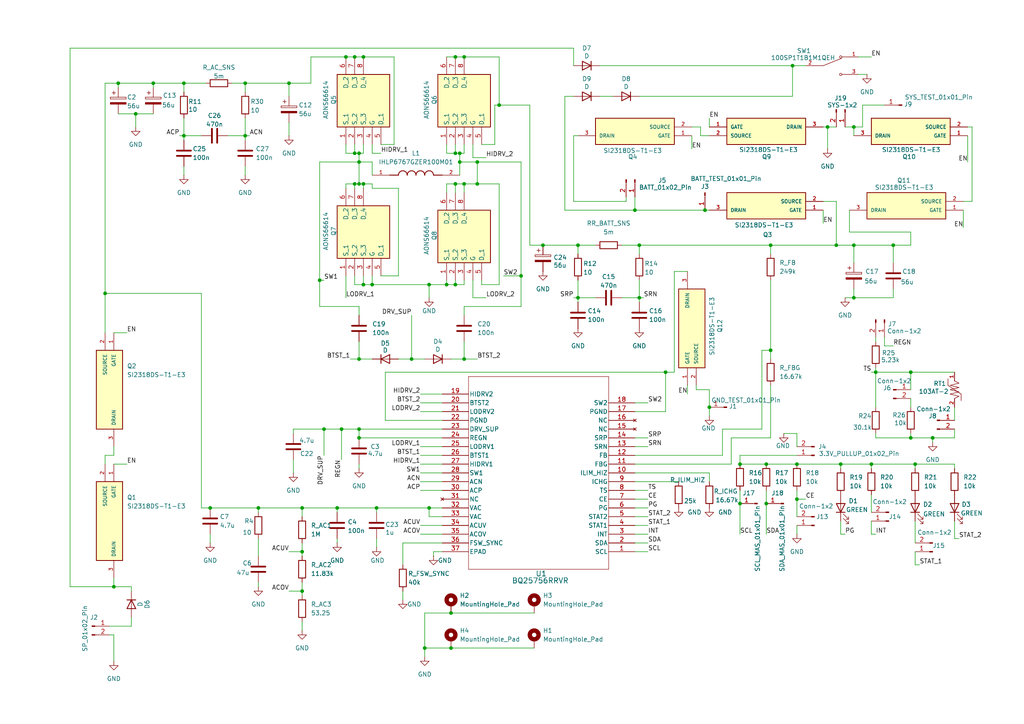
<source format=kicad_sch>
(kicad_sch (version 20250114) (generator "eeschema") (generator_version "9.0")
  (paper "A4")
  (title_block (title "Revised Charge Controller") (comment 1 "Michael Petta, Sky Lin"))
  (rectangle (start -21.59 107.95) (end -21.59 107.95))
  (junction (at 231.14 134.62))
  (junction (at 264.16 107.95))
  (junction (at 102.87 53.34))
  (junction (at 242.57 71.12))
  (junction (at 71.12 24.13))
  (junction (at 129.54 82.55))
  (junction (at 105.41 82.55))
  (junction (at 259.08 71.12))
  (junction (at 265.43 134.62))
  (junction (at 60.96 147.32))
  (junction (at 214.63 146.05))
  (junction (at 71.12 39.37))
  (junction (at 133.35 46.99))
  (junction (at 184.15 60.96))
  (junction (at 254 107.95))
  (junction (at 130.81 187.96))
  (junction (at 205.74 118.11))
  (junction (at 104.14 44.45))
  (junction (at 93.98 124.46))
  (junction (at 264.16 127))
  (junction (at 144.78 30.48))
  (junction (at 33.02 170.18))
  (junction (at 134.62 104.14))
  (junction (at 240.03 36.83))
  (junction (at 167.64 71.12))
  (junction (at 151.13 80.01))
  (junction (at 214.63 134.62))
  (junction (at 132.08 44.45))
  (junction (at 138.43 53.34))
  (junction (at 87.63 147.32))
  (junction (at 44.45 24.13))
  (junction (at 130.81 177.8))
  (junction (at 92.71 81.28))
  (junction (at 132.08 82.55))
  (junction (at 193.04 107.95))
  (junction (at 74.93 147.32))
  (junction (at 105.41 16.51))
  (junction (at 222.25 146.05))
  (junction (at 223.52 101.6))
  (junction (at 167.64 86.36))
  (junction (at 133.35 44.45))
  (junction (at 53.34 39.37))
  (junction (at 104.14 46.99))
  (junction (at 138.43 46.99))
  (junction (at 247.65 71.12))
  (junction (at 123.19 187.96))
  (junction (at 124.46 147.32))
  (junction (at 87.63 171.45))
  (junction (at 83.82 24.13))
  (junction (at 157.48 71.12))
  (junction (at 100.33 16.51))
  (junction (at 99.06 124.46))
  (junction (at 134.62 16.51))
  (junction (at 252.73 134.62))
  (junction (at 102.87 16.51))
  (junction (at 132.08 16.51))
  (junction (at 229.87 19.05))
  (junction (at 87.63 160.02))
  (junction (at 34.29 24.13))
  (junction (at 39.37 33.02))
  (junction (at 104.14 124.46))
  (junction (at 104.14 53.34))
  (junction (at 104.14 104.14))
  (junction (at 243.84 134.62))
  (junction (at 222.25 134.62))
  (junction (at 223.52 71.12))
  (junction (at 124.46 82.55))
  (junction (at 247.65 36.83))
  (junction (at 247.65 86.36))
  (junction (at 53.34 24.13))
  (junction (at 119.38 104.14))
  (junction (at 270.51 127))
  (junction (at 102.87 44.45))
  (junction (at 105.41 53.34))
  (junction (at 231.14 144.78))
  (junction (at 30.48 85.09))
  (junction (at 185.42 71.12))
  (junction (at 132.08 53.34))
  (junction (at 104.14 127))
  (junction (at 107.95 82.55))
  (junction (at 134.62 53.34))
  (junction (at 204.47 60.96))
  (junction (at 185.42 86.36))
  (junction (at 109.22 147.32))
  (junction (at 97.79 147.32))
  (wire (pts (xy 180.34 71.12) (xy 185.42 71.12)))
  (wire (pts (xy 104.14 88.9) (xy 104.14 91.44)))
  (wire (pts (xy 246.38 60.96) (xy 246.38 67.31)))
  (wire (pts (xy 193.04 107.95) (xy 193.04 119.38)))
  (wire (pts (xy 66.04 39.37) (xy 71.12 39.37)))
  (wire (pts (xy 104.14 124.46) (xy 104.14 127)))
  (wire (pts (xy 20.32 13.97) (xy 20.32 170.18)))
  (wire (pts (xy 151.13 46.99) (xy 138.43 46.99)))
  (wire (pts (xy 132.08 53.34) (xy 132.08 55.88)))
  (wire (pts (xy 223.52 101.6) (xy 223.52 104.14)))
  (wire (pts (xy 187.96 147.32) (xy 184.15 147.32)))
  (wire (pts (xy 248.92 16.51) (xy 252.73 16.51)))
  (wire (pts (xy 185.42 73.66) (xy 185.42 71.12)))
  (wire (pts (xy 124.46 149.86) (xy 128.27 149.86)))
  (wire (pts (xy 231.14 125.73) (xy 227.33 125.73)))
  (wire (pts (xy 38.1 179.07) (xy 38.1 181.61)))
  (wire (pts (xy 240.03 36.83) (xy 240.03 43.18)))
  (wire (pts (xy 139.7 41.91) (xy 143.51 41.91)))
  (wire (pts (xy 187.96 116.84) (xy 184.15 116.84)))
  (wire (pts (xy 166.37 86.36) (xy 167.64 86.36)))
  (wire (pts (xy 60.96 147.32) (xy 74.93 147.32)))
  (wire (pts (xy 252.73 134.62) (xy 265.43 134.62)))
  (wire (pts (xy 101.6 104.14) (xy 104.14 104.14)))
  (wire (pts (xy 279.4 58.42) (xy 281.94 58.42)))
  (wire (pts (xy 243.84 135.89) (xy 243.84 134.62)))
  (wire (pts (xy 128.27 119.38) (xy 121.92 119.38)))
  (wire (pts (xy 87.63 171.45) (xy 87.63 172.72)))
  (wire (pts (xy 33.02 96.52) (xy 36.83 96.52)))
  (wire (pts (xy 92.71 46.99) (xy 104.14 46.99)))
  (wire (pts (xy 231.14 129.54) (xy 231.14 125.73)))
  (wire (pts (xy 111.76 121.92) (xy 111.76 107.95)))
  (wire (pts (xy 100.33 53.34) (xy 102.87 53.34)))
  (wire (pts (xy 105.41 82.55) (xy 102.87 82.55)))
  (wire (pts (xy 153.67 30.48) (xy 144.78 30.48)))
  (wire (pts (xy 205.74 39.37) (xy 203.2 39.37)))
  (wire (pts (xy 107.95 50.8) (xy 107.95 46.99)))
  (wire (pts (xy 181.61 57.15) (xy 181.61 58.42)))
  (wire (pts (xy 33.02 184.15) (xy 31.75 184.15)))
  (wire (pts (xy 121.92 139.7) (xy 128.27 139.7)))
  (wire (pts (xy 104.14 99.06) (xy 104.14 104.14)))
  (wire (pts (xy 137.16 86.36) (xy 140.97 86.36)))
  (wire (pts (xy 34.29 24.13) (xy 44.45 24.13)))
  (wire (pts (xy 276.86 124.46) (xy 276.86 127)))
  (wire (pts (xy 205.74 137.16) (xy 184.15 137.16)))
  (wire (pts (xy 129.54 16.51) (xy 132.08 16.51)))
  (wire (pts (xy 85.09 124.46) (xy 85.09 125.73)))
  (wire (pts (xy 130.81 177.8) (xy 154.94 177.8)))
  (wire (pts (xy 184.15 139.7) (xy 196.85 139.7)))
  (wire (pts (xy 83.82 24.13) (xy 71.12 24.13)))
  (wire (pts (xy 104.14 134.62) (xy 104.14 135.89)))
  (wire (pts (xy 102.87 44.45) (xy 104.14 44.45)))
  (wire (pts (xy 132.08 16.51) (xy 134.62 16.51)))
  (wire (pts (xy 223.52 127) (xy 212.09 127)))
  (wire (pts (xy 97.79 148.59) (xy 97.79 147.32)))
  (wire (pts (xy 83.82 27.94) (xy 83.82 24.13)))
  (wire (pts (xy 187.96 154.94) (xy 184.15 154.94)))
  (wire (pts (xy 205.74 139.7) (xy 205.74 137.16)))
  (wire (pts (xy 254 106.68) (xy 254 107.95)))
  (wire (pts (xy 134.62 104.14) (xy 138.43 104.14)))
  (wire (pts (xy 144.78 82.55) (xy 144.78 53.34)))
  (wire (pts (xy 119.38 91.44) (xy 119.38 104.14)))
  (wire (pts (xy 214.63 132.08) (xy 214.63 134.62)))
  (wire (pts (xy 245.11 154.94) (xy 243.84 154.94)))
  (wire (pts (xy 205.74 113.03) (xy 205.74 118.11)))
  (wire (pts (xy 87.63 168.91) (xy 87.63 171.45)))
  (wire (pts (xy 53.34 39.37) (xy 58.42 39.37)))
  (wire (pts (xy 125.73 161.29) (xy 125.73 160.02)))
  (wire (pts (xy 276.86 118.11) (xy 276.86 121.92)))
  (wire (pts (xy 134.62 41.91) (xy 134.62 44.45)))
  (wire (pts (xy 39.37 33.02) (xy 44.45 33.02)))
  (wire (pts (xy 134.62 53.34) (xy 134.62 55.88)))
  (wire (pts (xy 132.08 82.55) (xy 129.54 82.55)))
  (wire (pts (xy 245.11 86.36) (xy 247.65 86.36)))
  (wire (pts (xy 107.95 46.99) (xy 104.14 46.99)))
  (wire (pts (xy 33.02 132.08) (xy 33.02 129.54)))
  (wire (pts (xy 102.87 53.34) (xy 104.14 53.34)))
  (wire (pts (xy 214.63 146.05) (xy 214.63 154.94)))
  (wire (pts (xy 184.15 132.08) (xy 209.55 132.08)))
  (wire (pts (xy 132.08 44.45) (xy 133.35 44.45)))
  (wire (pts (xy 97.79 156.21) (xy 97.79 157.48)))
  (wire (pts (xy 248.92 21.59) (xy 251.46 21.59)))
  (wire (pts (xy 34.29 33.02) (xy 39.37 33.02)))
  (wire (pts (xy 99.06 124.46) (xy 99.06 133.35)))
  (wire (pts (xy 185.42 71.12) (xy 223.52 71.12)))
  (wire (pts (xy 83.82 171.45) (xy 87.63 171.45)))
  (wire (pts (xy 252.73 151.13) (xy 252.73 154.94)))
  (wire (pts (xy 259.08 71.12) (xy 259.08 76.2)))
  (wire (pts (xy 99.06 124.46) (xy 104.14 124.46)))
  (wire (pts (xy 181.61 58.42) (xy 166.37 58.42)))
  (wire (pts (xy 144.78 16.51) (xy 144.78 30.48)))
  (wire (pts (xy 58.42 147.32) (xy 60.96 147.32)))
  (wire (pts (xy 220.98 124.46) (xy 220.98 101.6)))
  (wire (pts (xy 229.87 19.05) (xy 233.68 19.05)))
  (wire (pts (xy 132.08 81.28) (xy 132.08 82.55)))
  (wire (pts (xy 92.71 88.9) (xy 104.14 88.9)))
  (wire (pts (xy 199.39 111.76) (xy 199.39 114.3)))
  (wire (pts (xy 259.08 83.82) (xy 259.08 86.36)))
  (wire (pts (xy 231.14 144.78) (xy 231.14 149.86)))
  (wire (pts (xy 53.34 24.13) (xy 59.69 24.13)))
  (wire (pts (xy 38.1 170.18) (xy 33.02 170.18)))
  (wire (pts (xy 166.37 58.42) (xy 166.37 39.37)))
  (wire (pts (xy 199.39 78.74) (xy 195.58 78.74)))
  (wire (pts (xy 116.84 157.48) (xy 116.84 163.83)))
  (wire (pts (xy 247.65 83.82) (xy 247.65 86.36)))
  (wire (pts (xy 187.96 144.78) (xy 184.15 144.78)))
  (wire (pts (xy 121.92 154.94) (xy 128.27 154.94)))
  (wire (pts (xy 92.71 46.99) (xy 92.71 81.28)))
  (wire (pts (xy 137.16 81.28) (xy 137.16 86.36)))
  (wire (pts (xy 71.12 48.26) (xy 71.12 50.8)))
  (wire (pts (xy 205.74 60.96) (xy 204.47 60.96)))
  (wire (pts (xy 53.34 24.13) (xy 53.34 26.67)))
  (wire (pts (xy 30.48 85.09) (xy 58.42 85.09)))
  (wire (pts (xy 200.66 36.83) (xy 203.2 36.83)))
  (wire (pts (xy 252.73 135.89) (xy 252.73 134.62)))
  (wire (pts (xy 231.14 142.24) (xy 231.14 144.78)))
  (wire (pts (xy 38.1 181.61) (xy 31.75 181.61)))
  (wire (pts (xy 74.93 156.21) (xy 74.93 161.29)))
  (wire (pts (xy 128.27 114.3) (xy 121.92 114.3)))
  (wire (pts (xy 102.87 16.51) (xy 100.33 16.51)))
  (wire (pts (xy 205.74 34.29) (xy 205.74 36.83)))
  (wire (pts (xy 71.12 39.37) (xy 72.39 39.37)))
  (wire (pts (xy 107.95 44.45) (xy 107.95 41.91)))
  (wire (pts (xy 185.42 86.36) (xy 185.42 87.63)))
  (wire (pts (xy 124.46 147.32) (xy 124.46 149.86)))
  (wire (pts (xy 256.54 30.48) (xy 250.19 30.48)))
  (wire (pts (xy 214.63 134.62) (xy 222.25 134.62)))
  (wire (pts (xy 123.19 187.96) (xy 130.81 187.96)))
  (wire (pts (xy 119.38 104.14) (xy 115.57 104.14)))
  (wire (pts (xy 128.27 147.32) (xy 124.46 147.32)))
  (wire (pts (xy 104.14 44.45) (xy 104.14 46.99)))
  (wire (pts (xy 121.92 152.4) (xy 128.27 152.4)))
  (wire (pts (xy 87.63 147.32) (xy 87.63 149.86)))
  (wire (pts (xy 110.49 44.45) (xy 107.95 44.45)))
  (wire (pts (xy 125.73 160.02) (xy 128.27 160.02)))
  (wire (pts (xy 123.19 177.8) (xy 130.81 177.8)))
  (wire (pts (xy 231.14 152.4) (xy 231.14 154.94)))
  (wire (pts (xy 38.1 171.45) (xy 38.1 170.18)))
  (wire (pts (xy 265.43 135.89) (xy 265.43 134.62)))
  (wire (pts (xy 30.48 132.08) (xy 33.02 132.08)))
  (wire (pts (xy 264.16 71.12) (xy 259.08 71.12)))
  (wire (pts (xy 163.83 27.94) (xy 163.83 60.96)))
  (wire (pts (xy 90.17 16.51) (xy 100.33 16.51)))
  (wire (pts (xy 166.37 13.97) (xy 166.37 19.05)))
  (wire (pts (xy 201.93 113.03) (xy 205.74 113.03)))
  (wire (pts (xy 167.64 86.36) (xy 172.72 86.36)))
  (wire (pts (xy 195.58 78.74) (xy 195.58 107.95)))
  (wire (pts (xy 132.08 41.91) (xy 132.08 44.45)))
  (wire (pts (xy 220.98 101.6) (xy 223.52 101.6)))
  (wire (pts (xy 121.92 142.24) (xy 128.27 142.24)))
  (wire (pts (xy 134.62 88.9) (xy 151.13 88.9)))
  (wire (pts (xy 83.82 24.13) (xy 90.17 24.13)))
  (wire (pts (xy 74.93 147.32) (xy 74.93 148.59)))
  (wire (pts (xy 100.33 54.61) (xy 100.33 53.34)))
  (wire (pts (xy 119.38 104.14) (xy 123.19 104.14)))
  (wire (pts (xy 223.52 73.66) (xy 223.52 71.12)))
  (wire (pts (xy 246.38 67.31) (xy 264.16 67.31)))
  (wire (pts (xy 100.33 80.01) (xy 100.33 86.36)))
  (wire (pts (xy 247.65 86.36) (xy 259.08 86.36)))
  (wire (pts (xy 222.25 142.24) (xy 222.25 146.05)))
  (wire (pts (xy 130.81 187.96) (xy 154.94 187.96)))
  (wire (pts (xy 134.62 44.45) (xy 133.35 44.45)))
  (wire (pts (xy 153.67 30.48) (xy 153.67 71.12)))
  (wire (pts (xy 281.94 36.83) (xy 280.67 36.83)))
  (wire (pts (xy 222.25 134.62) (xy 231.14 134.62)))
  (wire (pts (xy 187.96 129.54) (xy 184.15 129.54)))
  (wire (pts (xy 85.09 124.46) (xy 93.98 124.46)))
  (wire (pts (xy 60.96 154.94) (xy 60.96 157.48)))
  (wire (pts (xy 264.16 125.73) (xy 264.16 127)))
  (wire (pts (xy 74.93 147.32) (xy 87.63 147.32)))
  (wire (pts (xy 129.54 44.45) (xy 132.08 44.45)))
  (wire (pts (xy 134.62 99.06) (xy 134.62 104.14)))
  (wire (pts (xy 105.41 16.51) (xy 102.87 16.51)))
  (wire (pts (xy 185.42 81.28) (xy 185.42 86.36)))
  (wire (pts (xy 143.51 41.91) (xy 143.51 30.48)))
  (wire (pts (xy 130.81 104.14) (xy 134.62 104.14)))
  (wire (pts (xy 87.63 160.02) (xy 87.63 161.29)))
  (wire (pts (xy 134.62 81.28) (xy 134.62 82.55)))
  (wire (pts (xy 167.64 86.36) (xy 167.64 87.63)))
  (wire (pts (xy 184.15 134.62) (xy 212.09 134.62)))
  (wire (pts (xy 185.42 27.94) (xy 229.87 27.94)))
  (wire (pts (xy 243.84 134.62) (xy 252.73 134.62)))
  (wire (pts (xy 134.62 88.9) (xy 134.62 91.44)))
  (wire (pts (xy 133.35 46.99) (xy 133.35 50.8)))
  (wire (pts (xy 129.54 55.88) (xy 129.54 53.34)))
  (wire (pts (xy 173.99 19.05) (xy 229.87 19.05)))
  (wire (pts (xy 109.22 148.59) (xy 109.22 147.32)))
  (wire (pts (xy 265.43 163.83) (xy 266.7 163.83)))
  (wire (pts (xy 111.76 107.95) (xy 193.04 107.95)))
  (wire (pts (xy 107.95 53.34) (xy 107.95 54.61)))
  (wire (pts (xy 52.07 39.37) (xy 53.34 39.37)))
  (wire (pts (xy 33.02 134.62) (xy 36.83 134.62)))
  (wire (pts (xy 67.31 24.13) (xy 71.12 24.13)))
  (wire (pts (xy 71.12 34.29) (xy 71.12 39.37)))
  (wire (pts (xy 214.63 142.24) (xy 214.63 146.05)))
  (wire (pts (xy 242.57 71.12) (xy 247.65 71.12)))
  (wire (pts (xy 128.27 157.48) (xy 116.84 157.48)))
  (wire (pts (xy 105.41 53.34) (xy 104.14 53.34)))
  (wire (pts (xy 107.95 82.55) (xy 105.41 82.55)))
  (wire (pts (xy 114.3 16.51) (xy 114.3 41.91)))
  (wire (pts (xy 187.96 157.48) (xy 184.15 157.48)))
  (wire (pts (xy 85.09 137.16) (xy 85.09 133.35)))
  (wire (pts (xy 252.73 107.95) (xy 254 107.95)))
  (wire (pts (xy 124.46 82.55) (xy 129.54 82.55)))
  (wire (pts (xy 247.65 36.83) (xy 245.11 36.83)))
  (wire (pts (xy 243.84 151.13) (xy 243.84 154.94)))
  (wire (pts (xy 44.45 24.13) (xy 53.34 24.13)))
  (wire (pts (xy 184.15 160.02) (xy 187.96 160.02)))
  (wire (pts (xy 264.16 127) (xy 270.51 127)))
  (wire (pts (xy 133.35 44.45) (xy 133.35 46.99)))
  (wire (pts (xy 53.34 34.29) (xy 53.34 39.37)))
  (wire (pts (xy 252.73 143.51) (xy 252.73 148.59)))
  (wire (pts (xy 185.42 86.36) (xy 186.69 86.36)))
  (wire (pts (xy 71.12 39.37) (xy 71.12 40.64)))
  (wire (pts (xy 209.55 132.08) (xy 209.55 124.46)))
  (wire (pts (xy 102.87 41.91) (xy 102.87 44.45)))
  (wire (pts (xy 270.51 127) (xy 270.51 128.27)))
  (wire (pts (xy 242.57 58.42) (xy 242.57 71.12)))
  (wire (pts (xy 138.43 46.99) (xy 133.35 46.99)))
  (wire (pts (xy 83.82 35.56) (xy 83.82 39.37)))
  (wire (pts (xy 87.63 180.34) (xy 87.63 182.88)))
  (wire (pts (xy 278.13 156.21) (xy 276.86 156.21)))
  (wire (pts (xy 166.37 39.37) (xy 167.64 39.37)))
  (wire (pts (xy 129.54 81.28) (xy 129.54 82.55)))
  (wire (pts (xy 100.33 44.45) (xy 102.87 44.45)))
  (wire (pts (xy 252.73 154.94) (xy 254 154.94)))
  (wire (pts (xy 187.96 149.86) (xy 184.15 149.86)))
  (wire (pts (xy 121.92 116.84) (xy 128.27 116.84)))
  (wire (pts (xy 93.98 124.46) (xy 99.06 124.46)))
  (wire (pts (xy 138.43 46.99) (xy 138.43 53.34)))
  (wire (pts (xy 53.34 48.26) (xy 53.34 50.8)))
  (wire (pts (xy 153.67 71.12) (xy 157.48 71.12)))
  (wire (pts (xy 167.64 71.12) (xy 172.72 71.12)))
  (wire (pts (xy 167.64 81.28) (xy 167.64 86.36)))
  (wire (pts (xy 87.63 157.48) (xy 87.63 160.02)))
  (wire (pts (xy 265.43 151.13) (xy 265.43 157.48)))
  (wire (pts (xy 264.16 107.95) (xy 276.86 107.95)))
  (wire (pts (xy 30.48 134.62) (xy 30.48 132.08)))
  (wire (pts (xy 74.93 168.91) (xy 74.93 170.18)))
  (wire (pts (xy 128.27 129.54) (xy 121.92 129.54)))
  (wire (pts (xy 97.79 147.32) (xy 87.63 147.32)))
  (wire (pts (xy 223.52 71.12) (xy 242.57 71.12)))
  (wire (pts (xy 105.41 41.91) (xy 105.41 44.45)))
  (wire (pts (xy 58.42 85.09) (xy 58.42 147.32)))
  (wire (pts (xy 111.76 121.92) (xy 128.27 121.92)))
  (wire (pts (xy 214.63 132.08) (xy 231.14 132.08)))
  (wire (pts (xy 264.16 107.95) (xy 264.16 113.03)))
  (wire (pts (xy 238.76 58.42) (xy 242.57 58.42)))
  (wire (pts (xy 276.86 156.21) (xy 276.86 151.13)))
  (wire (pts (xy 223.52 111.76) (xy 223.52 127)))
  (wire (pts (xy 240.03 36.83) (xy 242.57 36.83)))
  (wire (pts (xy 93.98 81.28) (xy 92.71 81.28)))
  (wire (pts (xy 151.13 80.01) (xy 151.13 88.9)))
  (wire (pts (xy 204.47 60.96) (xy 184.15 60.96)))
  (wire (pts (xy 151.13 46.99) (xy 151.13 80.01)))
  (wire (pts (xy 132.08 53.34) (xy 129.54 53.34)))
  (wire (pts (xy 180.34 86.36) (xy 185.42 86.36)))
  (wire (pts (xy 123.19 190.5) (xy 123.19 187.96)))
  (wire (pts (xy 110.49 41.91) (xy 114.3 41.91)))
  (wire (pts (xy 134.62 53.34) (xy 132.08 53.34)))
  (wire (pts (xy 105.41 53.34) (xy 105.41 54.61)))
  (wire (pts (xy 44.45 24.13) (xy 44.45 25.4)))
  (wire (pts (xy 265.43 134.62) (xy 276.86 134.62)))
  (wire (pts (xy 223.52 81.28) (xy 223.52 101.6)))
  (wire (pts (xy 238.76 36.83) (xy 240.03 36.83)))
  (wire (pts (xy 264.16 115.57) (xy 264.16 118.11)))
  (wire (pts (xy 173.99 27.94) (xy 177.8 27.94)))
  (wire (pts (xy 53.34 39.37) (xy 53.34 40.64)))
  (wire (pts (xy 104.14 46.99) (xy 104.14 53.34)))
  (wire (pts (xy 184.15 60.96) (xy 163.83 60.96)))
  (wire (pts (xy 124.46 82.55) (xy 124.46 86.36)))
  (wire (pts (xy 254 127) (xy 264.16 127)))
  (wire (pts (xy 121.92 132.08) (xy 128.27 132.08)))
  (wire (pts (xy 128.27 134.62) (xy 121.92 134.62)))
  (wire (pts (xy 151.13 80.01) (xy 146.05 80.01)))
  (wire (pts (xy 276.86 135.89) (xy 276.86 134.62)))
  (wire (pts (xy 104.14 124.46) (xy 128.27 124.46)))
  (wire (pts (xy 20.32 13.97) (xy 166.37 13.97)))
  (wire (pts (xy 254 107.95) (xy 254 118.11)))
  (wire (pts (xy 195.58 107.95) (xy 193.04 107.95)))
  (wire (pts (xy 71.12 26.67) (xy 71.12 24.13)))
  (wire (pts (xy 280.67 39.37) (xy 280.67 46.99)))
  (wire (pts (xy 114.3 16.51) (xy 105.41 16.51)))
  (wire (pts (xy 250.19 36.83) (xy 247.65 36.83)))
  (wire (pts (xy 102.87 53.34) (xy 102.87 54.61)))
  (wire (pts (xy 115.57 80.01) (xy 115.57 54.61)))
  (wire (pts (xy 137.16 45.72) (xy 140.97 45.72)))
  (wire (pts (xy 254 107.95) (xy 264.16 107.95)))
  (wire (pts (xy 116.84 171.45) (xy 116.84 173.99)))
  (wire (pts (xy 276.86 127) (xy 270.51 127)))
  (wire (pts (xy 229.87 19.05) (xy 229.87 27.94)))
  (wire (pts (xy 107.95 53.34) (xy 105.41 53.34)))
  (wire (pts (xy 265.43 160.02) (xy 265.43 163.83)))
  (wire (pts (xy 30.48 24.13) (xy 34.29 24.13)))
  (wire (pts (xy 124.46 82.55) (xy 107.95 82.55)))
  (wire (pts (xy 254 97.79) (xy 254 99.06)))
  (wire (pts (xy 209.55 124.46) (xy 220.98 124.46)))
  (wire (pts (xy 231.14 134.62) (xy 243.84 134.62)))
  (wire (pts (xy 143.51 30.48) (xy 144.78 30.48)))
  (wire (pts (xy 33.02 184.15) (xy 33.02 191.77)))
  (wire (pts (xy 104.14 104.14) (xy 107.95 104.14)))
  (wire (pts (xy 264.16 67.31) (xy 264.16 71.12)))
  (wire (pts (xy 144.78 82.55) (xy 139.7 82.55)))
  (wire (pts (xy 254 125.73) (xy 254 127)))
  (wire (pts (xy 187.96 142.24) (xy 184.15 142.24)))
  (wire (pts (xy 110.49 80.01) (xy 115.57 80.01)))
  (wire (pts (xy 97.79 147.32) (xy 109.22 147.32)))
  (wire (pts (xy 250.19 30.48) (xy 250.19 36.83)))
  (wire (pts (xy 102.87 80.01) (xy 102.87 82.55)))
  (wire (pts (xy 279.4 60.96) (xy 279.4 66.04)))
  (wire (pts (xy 205.74 118.11) (xy 205.74 120.65)))
  (wire (pts (xy 233.68 144.78) (xy 231.14 144.78)))
  (wire (pts (xy 90.17 24.13) (xy 90.17 16.51)))
  (wire (pts (xy 247.65 76.2) (xy 247.65 71.12)))
  (wire (pts (xy 109.22 147.32) (xy 124.46 147.32)))
  (wire (pts (xy 222.25 146.05) (xy 222.25 154.94)))
  (wire (pts (xy 238.76 64.77) (xy 238.76 60.96)))
  (wire (pts (xy 163.83 27.94) (xy 166.37 27.94)))
  (wire (pts (xy 30.48 85.09) (xy 30.48 24.13)))
  (wire (pts (xy 212.09 127) (xy 212.09 134.62)))
  (wire (pts (xy 167.64 71.12) (xy 167.64 73.66)))
  (wire (pts (xy 281.94 58.42) (xy 281.94 36.83)))
  (wire (pts (xy 109.22 156.21) (xy 109.22 158.75)))
  (wire (pts (xy 105.41 80.01) (xy 105.41 82.55)))
  (wire (pts (xy 256.54 97.79) (xy 256.54 100.33)))
  (wire (pts (xy 93.98 124.46) (xy 93.98 132.08)))
  (wire (pts (xy 144.78 53.34) (xy 138.43 53.34)))
  (wire (pts (xy 30.48 96.52) (xy 30.48 85.09)))
  (wire (pts (xy 34.29 25.4) (xy 34.29 24.13)))
  (wire (pts (xy 83.82 160.02) (xy 87.63 160.02)))
  (wire (pts (xy 137.16 41.91) (xy 137.16 45.72)))
  (wire (pts (xy 100.33 41.91) (xy 100.33 44.45)))
  (wire (pts (xy 128.27 137.16) (xy 121.92 137.16)))
  (wire (pts (xy 247.65 36.83) (xy 247.65 39.37)))
  (wire (pts (xy 33.02 167.64) (xy 33.02 170.18)))
  (wire (pts (xy 107.95 80.01) (xy 107.95 82.55)))
  (wire (pts (xy 105.41 44.45) (xy 104.14 44.45)))
  (wire (pts (xy 187.96 152.4) (xy 184.15 152.4)))
  (wire (pts (xy 104.14 127) (xy 128.27 127)))
  (wire (pts (xy 200.66 39.37) (xy 200.66 43.18)))
  (wire (pts (xy 184.15 119.38) (xy 193.04 119.38)))
  (wire (pts (xy 139.7 81.28) (xy 139.7 82.55)))
  (wire (pts (xy 123.19 187.96) (xy 123.19 177.8)))
  (wire (pts (xy 187.96 127) (xy 184.15 127)))
  (wire (pts (xy 144.78 16.51) (xy 134.62 16.51)))
  (wire (pts (xy 247.65 71.12) (xy 259.08 71.12)))
  (wire (pts (xy 138.43 53.34) (xy 134.62 53.34)))
  (wire (pts (xy 20.32 170.18) (xy 33.02 170.18)))
  (wire (pts (xy 184.15 57.15) (xy 184.15 60.96)))
  (wire (pts (xy 259.08 100.33) (xy 256.54 100.33)))
  (wire (pts (xy 203.2 39.37) (xy 203.2 36.83)))
  (wire (pts (xy 115.57 54.61) (xy 107.95 54.61)))
  (wire (pts (xy 92.71 81.28) (xy 92.71 88.9)))
  (wire (pts (xy 39.37 33.02) (xy 39.37 36.83)))
  (wire (pts (xy 201.93 113.03) (xy 201.93 111.76)))
  (wire (pts (xy 129.54 41.91) (xy 129.54 44.45)))
  (wire (pts (xy 134.62 82.55) (xy 132.08 82.55)))
  (wire (pts (xy 157.48 71.12) (xy 167.64 71.12)))
  (label "SCL" (at 187.96 160.02 0))
  (label "TS" (at 187.96 142.24 0))
  (label "SW1" (at 121.92 137.16 180))
  (label "DRV_SUP" (at 119.38 91.44 180))
  (label "DRV_SUP" (at 93.98 132.08 270))
  (label "ACOV" (at 83.82 171.45 180))
  (label "ACUV" (at 121.92 152.4 180))
  (label "INT" (at 254 154.94 0))
  (label "SRN" (at 187.96 129.54 0))
  (label "CE" (at 233.68 144.78 0))
  (label "LODRV_2" (at 121.92 119.38 180))
  (label "LODRV_1" (at 100.33 86.36 0))
  (label "STAT_1" (at 266.7 163.83 0))
  (label "EN" (at 279.4 66.04 180))
  (label "HIDRV_2" (at 121.92 114.3 180))
  (label "BTST_2" (at 138.43 104.14 0))
  (label "CE" (at 187.96 144.78 0))
  (label "SW2" (at 187.96 116.84 0))
  (label "HIDRV_2" (at 140.97 45.72 0))
  (label "BTST_2" (at 121.92 116.84 180))
  (label "ACN" (at 121.92 139.7 180))
  (label "EN" (at 280.67 46.99 180))
  (label "INT" (at 187.96 154.94 0))
  (label "SRP" (at 166.37 86.36 180))
  (label "EN" (at 238.76 64.77 0))
  (label "ACN" (at 72.39 39.37 0))
  (label "PG" (at 245.11 154.94 0))
  (label "HIDRV_1" (at 110.49 44.45 0))
  (label "SRP" (at 187.96 127 0))
  (label "EN" (at 200.66 43.18 0))
  (label "LODRV_1" (at 121.92 129.54 180))
  (label "LODRV_2" (at 140.97 86.36 0))
  (label "ACOV" (at 121.92 154.94 180))
  (label "EN" (at 36.83 96.52 0))
  (label "EN" (at 36.83 134.62 0))
  (label "SRN" (at 186.69 86.36 0))
  (label "SCL" (at 214.63 154.94 0))
  (label "REGN" (at 259.08 100.33 0))
  (label "TS" (at 252.73 107.95 180))
  (label "SW2" (at 146.05 80.01 0))
  (label "EN" (at 199.39 114.3 180))
  (label "STAT_2" (at 187.96 149.86 0))
  (label "SW1" (at 93.98 81.28 0))
  (label "REGN" (at 99.06 133.35 270))
  (label "SDA" (at 187.96 157.48 0))
  (label "HIDRV_1" (at 121.92 134.62 180))
  (label "EN" (at 252.73 16.51 0))
  (label "SDA" (at 222.25 154.94 0))
  (label "EN" (at 205.74 34.29 0))
  (label "PG" (at 187.96 147.32 0))
  (label "STAT_2" (at 278.13 156.21 0))
  (label "ACP" (at 121.92 142.24 180))
  (label "ACP" (at 52.07 39.37 180))
  (label "ACUV" (at 83.82 160.02 180))
  (label "BTST_1" (at 101.6 104.14 180))
  (label "STAT_1" (at 187.96 152.4 0))
  (label "BTST_1" (at 121.92 132.08 180))
  (symbol (lib_id "power:GND") (at 83.82 39.37 0) (unit 1)
    (property "Reference" "#PWR016" (effects (hide yes)))
    (property "Value" "GND" (at 83.82 44.45 0))
    (property "Description" "Power symbol creates a global label with name \"GND\" , ground" (effects (hide yes)))
  )
  (symbol (lib_id "power:GND") (at 205.74 120.65 0) (unit 1)
    (property "Reference" "#PWR04" (effects (hide yes)))
    (property "Value" "GND" (at 205.486 124.206 0))
    (property "Description" "Power symbol creates a global label with name \"GND\" , ground" (effects (hide yes)))
  )
  (symbol (lib_id "103AT-2:103AT-2") (at 276.86 113.03 270) (unit 1)
    (property "Reference" "RT1" (at 270.764 111.252 90) (effects (justify left)))
    (property "Value" "103AT-2" (at 266.446 113.538 90) (effects (justify left)))
    (property "Footprint" "bmsfootprints:103AT-2" (effects (hide yes)))
    (property "MF" "Semitec" (effects (hide yes)))
    (property "Description_1" "Thermistor NTC 10KOhm 1% 2-Pin" (effects (hide yes)))
    (property "Package" "None" (effects (hide yes)))
    (property "Price" "None" (effects (hide yes)))
    (property "SnapEDA_Link" "https://www.snapeda.com/parts/103AT-2/Semitec/view-part/?ref=snap" (effects (hide yes)))
    (property "MP" "103AT-2" (effects (hide yes)))
    (property "Availability" "In Stock" (effects (hide yes)))
    (property "Check_prices" "https://www.snapeda.com/parts/103AT-2/Semitec/view-part/?ref=eda" (effects (hide yes)))
  )
  (symbol (lib_id "Connector:Conn_01x02_Pin") (at 245.11 31.75 270) (unit 1)
    (property "Reference" "J19" (at 245.618 28.448 90) (effects (justify right)))
    (property "Value" "SYS-1x2" (at 248.666 30.48 90) (effects (justify right)))
    (property "Footprint" "Connector_PinSocket_2.54mm:PinSocket_1x02_P2.54mm_Vertical" (effects (hide yes)))
    (property "Description" "Generic connector, single row, 01x02, script generated" (effects (hide yes)))
  )
  (symbol (lib_id "Device:LED") (at 276.86 147.32 90) (unit 1)
    (property "Reference" "D3" (at 278.892 146.304 90) (effects (justify right)))
    (property "Value" "GREEN" (at 278.638 148.844 90) (effects (justify right)))
    (property "Description" "Light emitting diode" (effects (hide yes)))
    (property "Sim.Pins" "1=K 2=A" (effects (hide yes)))
  )
  (symbol (lib_id "power:GND") (at 104.14 135.89 0) (unit 1)
    (property "Reference" "#PWR07" (effects (hide yes)))
    (property "Value" "GND" (at 104.14 140.97 0))
    (property "Description" "Power symbol creates a global label with name \"GND\" , ground" (effects (hide yes)))
  )
  (symbol (lib_id "Device:R") (at 53.34 30.48 0) (unit 1)
    (property "Reference" "R11" (at 54.61 29.464 0) (effects (justify left)))
    (property "Value" "10" (at 54.61 31.75 0) (effects (justify left)))
    (property "Description" "Resistor" (effects (hide yes)))
  )
  (symbol (lib_id "Device:C") (at 74.93 165.1 0) (unit 1)
    (property "Reference" "C6" (at 70.358 163.322 0) (effects (justify left)))
    (property "Value" "47u" (at 68.58 166.116 0) (effects (justify left)))
    (property "Description" "Unpolarized capacitor" (effects (hide yes)))
  )
  (symbol (lib_id "Device:C") (at 167.64 91.44 180) (unit 1)
    (property "Reference" "C14" (at 170.434 90.17 0) (effects (justify right)))
    (property "Value" "100n" (at 170.434 92.71 0) (effects (justify right)))
    (property "Description" "Unpolarized capacitor" (effects (hide yes)))
  )
  (symbol (lib_id "Device:C_Polarized") (at 157.48 74.93 0) (unit 1)
    (property "Reference" "C24" (at 160.528 74.676 0) (effects (justify left)))
    (property "Value" "56u" (at 160.528 76.962 0) (effects (justify left)))
    (property "Description" "Polarized capacitor" (effects (hide yes)))
  )
  (symbol (lib_id "Device:R") (at 87.63 176.53 0) (unit 1)
    (property "Reference" "R_AC3" (at 90.17 175.2599 0) (effects (justify left)))
    (property "Value" "53.25" (at 90.17 177.7999 0) (effects (justify left)))
    (property "Description" "Resistor" (effects (hide yes)))
  )
  (symbol (lib_id "Connector:Conn_01x01_Pin") (at 261.62 30.48 180) (unit 1)
    (property "Reference" "J9" (at 263.398 30.226 0))
    (property "Value" "SYS_TEST_01x01_Pin" (at 272.288 28.194 0))
    (property "Description" "Generic connector, single row, 01x01, script generated" (effects (hide yes)))
  )
  (symbol (lib_id "power:GND") (at 167.64 95.25 0) (unit 1)
    (property "Reference" "#PWR018" (effects (hide yes)))
    (property "Value" "GND" (at 167.64 100.33 0))
    (property "Description" "Power symbol creates a global label with name \"GND\" , ground" (effects (hide yes)))
  )
  (symbol (lib_id "Device:R") (at 87.63 153.67 0) (unit 1)
    (property "Reference" "R_AC1" (at 90.17 152.3999 0) (effects (justify left)))
    (property "Value" "1M" (at 90.17 154.9399 0) (effects (justify left)))
    (property "Description" "Resistor" (effects (hide yes)))
  )
  (symbol (lib_id "Device:D") (at 181.61 27.94 180) (unit 1)
    (property "Reference" "D8" (at 181.61 22.86 0))
    (property "Value" "D" (at 181.61 25.146 0))
    (property "Description" "Diode" (effects (hide yes)))
    (property "Sim.Device" "D" (effects (hide yes)))
    (property "Sim.Pins" "1=K 2=A" (effects (hide yes)))
  )
  (symbol (lib_id "Device:R") (at 71.12 30.48 0) (unit 1)
    (property "Reference" "R30" (at 72.644 29.464 0) (effects (justify left)))
    (property "Value" "10" (at 72.644 32.004 0) (effects (justify left)))
    (property "Description" "Resistor" (effects (hide yes)))
  )
  (symbol (lib_id "power:GND") (at 74.93 170.18 0) (unit 1)
    (property "Reference" "#PWR011" (effects (hide yes)))
    (property "Value" "GND" (at 74.93 175.26 0))
    (property "Description" "Power symbol creates a global label with name \"GND\" , ground" (effects (hide yes)))
  )
  (symbol (lib_id "power:GND") (at 125.73 161.29 0) (unit 1)
    (property "Reference" "#PWR03" (effects (hide yes)))
    (property "Value" "GND" (at 127 162.5599 0) (effects (justify left)))
    (property "Description" "Power symbol creates a global label with name \"GND\" , ground" (effects (hide yes)))
  )
  (symbol (lib_name "AONS66614_1") (lib_id "AONS66614:AONS66614") (at 100.33 41.91 90) (unit 1)
    (property "Reference" "Q5" (at 96.774 28.956 0))
    (property "Value" "AONS66614" (at 94.488 28.956 0))
    (property "Footprint" "bmsfootprints:AON6482" (effects (hide yes)))
    (property "Datasheet" "https://4donline.ihs.com/images/VipMasterIC/IC/ALOM/ALOM-S-A0020443660/ALOM-S-A0020443776-1.pdf?hkey=EF798316E3902B6ED9A73243A3159BB0" (effects (hide yes)))
    (property "Description" "60V N-Channel AlphaSGT TM" (effects (hide yes)))
    (property "Height" "1.05" (effects (hide yes)))
    (property "Manufacturer_Name" "Alpha & Omega Semiconductors" (effects (hide yes)))
    (property "Manufacturer_Part_Number" "AONS66614" (effects (hide yes)))
  )
  (symbol (lib_id "Device:R") (at 63.5 24.13 270) (unit 1)
    (property "Reference" "R_AC_SNS" (at 63.5 19.558 90))
    (property "Value" "5m" (at 63.5 22.098 90))
    (property "Description" "Resistor" (effects (hide yes)))
  )
  (symbol (lib_id "Device:C") (at 62.23 39.37 90) (unit 1)
    (property "Reference" "C26" (at 62.23 33.528 90))
    (property "Value" "470n" (at 62.23 36.068 90))
    (property "Description" "Unpolarized capacitor" (effects (hide yes)))
  )
  (symbol (lib_id "Connector:Conn_01x02_Pin") (at 184.15 52.07 270) (unit 1)
    (property "Reference" "J5" (at 193.294 52.324 90) (effects (justify right)))
    (property "Value" "BATT_01x02_Pin" (at 200.66 54.356 90) (effects (justify right)))
    (property "Description" "Generic connector, single row, 01x02, script generated" (effects (hide yes)))
  )
  (symbol (lib_id "Device:R") (at 231.14 138.43 180) (unit 1)
    (property "Reference" "R18" (at 233.68 137.1599 0) (effects (justify right)))
    (property "Value" "10k" (at 233.68 139.6999 0) (effects (justify right)))
    (property "Description" "Resistor" (effects (hide yes)))
  )
  (symbol (lib_id "power:GND") (at 205.74 147.32 0) (unit 1)
    (property "Reference" "#PWR08" (effects (hide yes)))
    (property "Value" "GND" (at 208.28 148.5899 0) (effects (justify left)))
    (property "Description" "Power symbol creates a global label with name \"GND\" , ground" (effects (hide yes)))
  )
  (symbol (lib_id "power:GND") (at 85.09 137.16 0) (unit 1)
    (property "Reference" "#PWR025" (effects (hide yes)))
    (property "Value" "GND" (at 85.09 142.24 0))
    (property "Description" "Power symbol creates a global label with name \"GND\" , ground" (effects (hide yes)))
  )
  (symbol (lib_id "SI2318DS-T1-E3:SI2318DS-T1-E3") (at 280.67 39.37 180) (unit 1)
    (property "Reference" "Q10" (at 265.684 45.466 0) (effects (justify left)))
    (property "Value" "SI2318DS-T1-E3" (at 272.796 43.434 0) (effects (justify left)))
    (property "Footprint" "bmsfootprints:SOT95P237X102-3N" (effects (hide yes)))
    (property "MANUFACTURER_NAME" "Vishay" (effects (hide yes)))
    (property "MF" "Vishay Siliconix" (effects (hide yes)))
    (property "MOUSER_PRICE-STOCK" "https://www.mouser.co.uk/ProductDetail/Vishay-Semiconductors/SI2318DS-T1-E3?qs=jcx%252B0HVgj2Z%252BHqZ7%252BcFIkw%3D%3D" (effects (hide yes)))
    (property "DESCRIPTION" "VISHAY - SI2318DS-T1-E3 - N CHANNEL MOSFET, 40V, 3.9A, TO-236, FULL REEL" (effects (hide yes)))
    (property "MOUSER_PART_NUMBER" "781-SI2318DS-E3" (effects (hide yes)))
    (property "Price" "None" (effects (hide yes)))
    (property "Package" "SOT-23-3 Vishay Siliconix" (effects (hide yes)))
    (property "Check_prices" "https://www.snapeda.com/parts/SI2318DS-T1-E3/Vishay/view-part/?ref=eda" (effects (hide yes)))
    (property "HEIGHT" "1.02mm" (effects (hide yes)))
    (property "MP" "SI2318DS-T1-E3" (effects (hide yes)))
    (property "SnapEDA_Link" "https://www.snapeda.com/parts/SI2318DS-T1-E3/Vishay/view-part/?ref=snap" (effects (hide yes)))
    (property "ARROW_PRICE-STOCK" "https://www.arrow.com/en/products/si2318ds-t1-e3/vishay" (effects (hide yes)))
    (property "ARROW_PART_NUMBER" "SI2318DS-T1-E3" (effects (hide yes)))
    (property "Description_1" "N-CHANNEL 40-V (D-S) MOSFET | Siliconix / Vishay SI2318DS-T1-E3/BKN" (effects (hide yes)))
    (property "Availability" "In Stock" (effects (hide yes)))
    (property "MANUFACTURER_PART_NUMBER" "SI2318DS-T1-E3" (effects (hide yes)))
  )
  (symbol (lib_id "power:GND") (at 157.48 78.74 0) (unit 1)
    (property "Reference" "#PWR020" (effects (hide yes)))
    (property "Value" "GND" (at 157.48 83.82 0))
    (property "Description" "Power symbol creates a global label with name \"GND\" , ground" (effects (hide yes)))
  )
  (symbol (lib_id "Device:R") (at 74.93 152.4 0) (unit 1)
    (property "Reference" "R4" (at 70.866 151.13 0) (effects (justify left)))
    (property "Value" "10" (at 70.358 154.432 0) (effects (justify left)))
    (property "Description" "Resistor" (effects (hide yes)))
  )
  (symbol (lib_id "Device:R") (at 167.64 77.47 0) (unit 1)
    (property "Reference" "R12" (at 169.164 76.454 0) (effects (justify left)))
    (property "Value" "10" (at 169.164 78.994 0) (effects (justify left)))
    (property "Description" "Resistor" (effects (hide yes)))
  )
  (symbol (lib_id "Device:R") (at 196.85 143.51 180) (unit 1)
    (property "Reference" "R_ILIM_HIZ" (at 194.31 139.192 0) (effects (justify right)))
    (property "Value" "25k" (at 198.374 145.288 0) (effects (justify right)))
    (property "Description" "Resistor" (effects (hide yes)))
  )
  (symbol (lib_id "Device:C_Polarized") (at 34.29 29.21 0) (unit 1)
    (property "Reference" "C2" (at 36.83 28.194 0) (effects (justify left)))
    (property "Value" "56u" (at 36.83 30.734 0) (effects (justify left)))
    (property "Description" "Polarized capacitor" (effects (hide yes)))
  )
  (symbol (lib_id "SI2318DS-T1-E3:SI2318DS-T1-E3") (at 199.39 111.76 90) (unit 1)
    (property "Reference" "Q12" (at 208.788 96.52 0) (effects (justify left)))
    (property "Value" "SI2318DS-T1-E3" (at 206.502 103.124 0) (effects (justify left)))
    (property "Footprint" "bmsfootprints:SOT95P237X102-3N" (effects (hide yes)))
    (property "MANUFACTURER_NAME" "Vishay" (effects (hide yes)))
    (property "MF" "Vishay Siliconix" (effects (hide yes)))
    (property "MOUSER_PRICE-STOCK" "https://www.mouser.co.uk/ProductDetail/Vishay-Semiconductors/SI2318DS-T1-E3?qs=jcx%252B0HVgj2Z%252BHqZ7%252BcFIkw%3D%3D" (effects (hide yes)))
    (property "DESCRIPTION" "VISHAY - SI2318DS-T1-E3 - N CHANNEL MOSFET, 40V, 3.9A, TO-236, FULL REEL" (effects (hide yes)))
    (property "MOUSER_PART_NUMBER" "781-SI2318DS-E3" (effects (hide yes)))
    (property "Price" "None" (effects (hide yes)))
    (property "Package" "SOT-23-3 Vishay Siliconix" (effects (hide yes)))
    (property "Check_prices" "https://www.snapeda.com/parts/SI2318DS-T1-E3/Vishay/view-part/?ref=eda" (effects (hide yes)))
    (property "HEIGHT" "1.02mm" (effects (hide yes)))
    (property "MP" "SI2318DS-T1-E3" (effects (hide yes)))
    (property "SnapEDA_Link" "https://www.snapeda.com/parts/SI2318DS-T1-E3/Vishay/view-part/?ref=snap" (effects (hide yes)))
    (property "ARROW_PRICE-STOCK" "https://www.arrow.com/en/products/si2318ds-t1-e3/vishay" (effects (hide yes)))
    (property "ARROW_PART_NUMBER" "SI2318DS-T1-E3" (effects (hide yes)))
    (property "Description_1" "N-CHANNEL 40-V (D-S) MOSFET | Siliconix / Vishay SI2318DS-T1-E3/BKN" (effects (hide yes)))
    (property "Availability" "In Stock" (effects (hide yes)))
    (property "MANUFACTURER_PART_NUMBER" "SI2318DS-T1-E3" (effects (hide yes)))
  )
  (symbol (lib_id "Device:R") (at 265.43 139.7 180) (unit 1)
    (property "Reference" "R21" (at 267.97 138.4299 0) (effects (justify right)))
    (property "Value" "10k" (at 267.97 140.9699 0) (effects (justify right)))
    (property "Description" "Resistor" (effects (hide yes)))
  )
  (symbol (lib_id "Device:D") (at 127 104.14 180) (unit 1)
    (property "Reference" "D4" (at 127 99.06 0))
    (property "Value" "D" (at 127 101.346 0))
    (property "Description" "Diode" (effects (hide yes)))
    (property "Sim.Device" "D" (effects (hide yes)))
    (property "Sim.Pins" "1=K 2=A" (effects (hide yes)))
  )
  (symbol (lib_id "power:GND") (at 227.33 125.73 0) (unit 1)
    (property "Reference" "#PWR017" (effects (hide yes)))
    (property "Value" "GND" (at 227.076 129.286 0))
    (property "Description" "Power symbol creates a global label with name \"GND\" , ground" (effects (hide yes)))
  )
  (symbol (lib_id "SI2318DS-T1-E3:SI2318DS-T1-E3") (at 200.66 39.37 180) (unit 1)
    (property "Reference" "Q4" (at 184.912 45.466 0) (effects (justify left)))
    (property "Value" "SI2318DS-T1-E3" (at 192.024 43.688 0) (effects (justify left)))
    (property "Footprint" "bmsfootprints:SOT95P237X102-3N" (effects (hide yes)))
    (property "MANUFACTURER_NAME" "Vishay" (effects (hide yes)))
    (property "MF" "Vishay Siliconix" (effects (hide yes)))
    (property "MOUSER_PRICE-STOCK" "https://www.mouser.co.uk/ProductDetail/Vishay-Semiconductors/SI2318DS-T1-E3?qs=jcx%252B0HVgj2Z%252BHqZ7%252BcFIkw%3D%3D" (effects (hide yes)))
    (property "DESCRIPTION" "VISHAY - SI2318DS-T1-E3 - N CHANNEL MOSFET, 40V, 3.9A, TO-236, FULL REEL" (effects (hide yes)))
    (property "MOUSER_PART_NUMBER" "781-SI2318DS-E3" (effects (hide yes)))
    (property "Price" "None" (effects (hide yes)))
    (property "Package" "SOT-23-3 Vishay Siliconix" (effects (hide yes)))
    (property "Check_prices" "https://www.snapeda.com/parts/SI2318DS-T1-E3/Vishay/view-part/?ref=eda" (effects (hide yes)))
    (property "HEIGHT" "1.02mm" (effects (hide yes)))
    (property "MP" "SI2318DS-T1-E3" (effects (hide yes)))
    (property "SnapEDA_Link" "https://www.snapeda.com/parts/SI2318DS-T1-E3/Vishay/view-part/?ref=snap" (effects (hide yes)))
    (property "ARROW_PRICE-STOCK" "https://www.arrow.com/en/products/si2318ds-t1-e3/vishay" (effects (hide yes)))
    (property "ARROW_PART_NUMBER" "SI2318DS-T1-E3" (effects (hide yes)))
    (property "Description_1" "N-CHANNEL 40-V (D-S) MOSFET | Siliconix / Vishay SI2318DS-T1-E3/BKN" (effects (hide yes)))
    (property "Availability" "In Stock" (effects (hide yes)))
    (property "MANUFACTURER_PART_NUMBER" "SI2318DS-T1-E3" (effects (hide yes)))
  )
  (symbol (lib_id "power:GND") (at 245.11 86.36 0) (unit 1)
    (property "Reference" "#PWR06" (effects (hide yes)))
    (property "Value" "GND" (at 245.11 91.44 0))
    (property "Description" "Power symbol creates a global label with name \"GND\" , ground" (effects (hide yes)))
  )
  (symbol (lib_id "Device:LED") (at 243.84 147.32 90) (unit 1)
    (property "Reference" "D1" (at 246.126 145.288 90) (effects (justify right)))
    (property "Value" "GREEN" (at 245.364 147.828 90) (effects (justify right)))
    (property "Description" "Light emitting diode" (effects (hide yes)))
    (property "Sim.Pins" "1=K 2=A" (effects (hide yes)))
  )
  (symbol (lib_id "SI2318DS-T1-E3:SI2318DS-T1-E3") (at 33.02 134.62 270) (unit 1)
    (property "Reference" "Q1" (at 36.83 144.272 90) (effects (justify left)))
    (property "Value" "SI2318DS-T1-E3" (at 36.83 146.812 90) (effects (justify left)))
    (property "Footprint" "bmsfootprints:SOT95P237X102-3N" (effects (hide yes)))
    (property "MANUFACTURER_NAME" "Vishay" (effects (hide yes)))
    (property "MF" "Vishay Siliconix" (effects (hide yes)))
    (property "MOUSER_PRICE-STOCK" "https://www.mouser.co.uk/ProductDetail/Vishay-Semiconductors/SI2318DS-T1-E3?qs=jcx%252B0HVgj2Z%252BHqZ7%252BcFIkw%3D%3D" (effects (hide yes)))
    (property "DESCRIPTION" "VISHAY - SI2318DS-T1-E3 - N CHANNEL MOSFET, 40V, 3.9A, TO-236, FULL REEL" (effects (hide yes)))
    (property "MOUSER_PART_NUMBER" "781-SI2318DS-E3" (effects (hide yes)))
    (property "Price" "None" (effects (hide yes)))
    (property "Package" "SOT-23-3 Vishay Siliconix" (effects (hide yes)))
    (property "Check_prices" "https://www.snapeda.com/parts/SI2318DS-T1-E3/Vishay/view-part/?ref=eda" (effects (hide yes)))
    (property "HEIGHT" "1.02mm" (effects (hide yes)))
    (property "MP" "SI2318DS-T1-E3" (effects (hide yes)))
    (property "SnapEDA_Link" "https://www.snapeda.com/parts/SI2318DS-T1-E3/Vishay/view-part/?ref=snap" (effects (hide yes)))
    (property "ARROW_PRICE-STOCK" "https://www.arrow.com/en/products/si2318ds-t1-e3/vishay" (effects (hide yes)))
    (property "ARROW_PART_NUMBER" "SI2318DS-T1-E3" (effects (hide yes)))
    (property "Description_1" "N-CHANNEL 40-V (D-S) MOSFET | Siliconix / Vishay SI2318DS-T1-E3/BKN" (effects (hide yes)))
    (property "Availability" "In Stock" (effects (hide yes)))
    (property "MANUFACTURER_PART_NUMBER" "SI2318DS-T1-E3" (effects (hide yes)))
  )
  (symbol (lib_id "SI2318DS-T1-E3:SI2318DS-T1-E3") (at 238.76 60.96 180) (unit 1)
    (property "Reference" "Q3" (at 224.028 68.072 0) (effects (justify left)))
    (property "Value" "SI2318DS-T1-E3" (at 230.124 65.278 0) (effects (justify left)))
    (property "Footprint" "bmsfootprints:SOT95P237X102-3N" (effects (hide yes)))
    (property "MANUFACTURER_NAME" "Vishay" (effects (hide yes)))
    (property "MF" "Vishay Siliconix" (effects (hide yes)))
    (property "MOUSER_PRICE-STOCK" "https://www.mouser.co.uk/ProductDetail/Vishay-Semiconductors/SI2318DS-T1-E3?qs=jcx%252B0HVgj2Z%252BHqZ7%252BcFIkw%3D%3D" (effects (hide yes)))
    (property "DESCRIPTION" "VISHAY - SI2318DS-T1-E3 - N CHANNEL MOSFET, 40V, 3.9A, TO-236, FULL REEL" (effects (hide yes)))
    (property "MOUSER_PART_NUMBER" "781-SI2318DS-E3" (effects (hide yes)))
    (property "Price" "None" (effects (hide yes)))
    (property "Package" "SOT-23-3 Vishay Siliconix" (effects (hide yes)))
    (property "Check_prices" "https://www.snapeda.com/parts/SI2318DS-T1-E3/Vishay/view-part/?ref=eda" (effects (hide yes)))
    (property "HEIGHT" "1.02mm" (effects (hide yes)))
    (property "MP" "SI2318DS-T1-E3" (effects (hide yes)))
    (property "SnapEDA_Link" "https://www.snapeda.com/parts/SI2318DS-T1-E3/Vishay/view-part/?ref=snap" (effects (hide yes)))
    (property "ARROW_PRICE-STOCK" "https://www.arrow.com/en/products/si2318ds-t1-e3/vishay" (effects (hide yes)))
    (property "ARROW_PART_NUMBER" "SI2318DS-T1-E3" (effects (hide yes)))
    (property "Description_1" "N-CHANNEL 40-V (D-S) MOSFET | Siliconix / Vishay SI2318DS-T1-E3/BKN" (effects (hide yes)))
    (property "Availability" "In Stock" (effects (hide yes)))
    (property "MANUFACTURER_PART_NUMBER" "SI2318DS-T1-E3" (effects (hide yes)))
  )
  (symbol (lib_id "power:GND") (at 33.02 191.77 0) (unit 1)
    (property "Reference" "#PWR012" (effects (hide yes)))
    (property "Value" "GND" (at 33.02 196.85 0))
    (property "Description" "Power symbol creates a global label with name \"GND\" , ground" (effects (hide yes)))
  )
  (symbol (lib_id "power:GND") (at 39.37 36.83 0) (unit 1)
    (property "Reference" "#PWR027" (effects (hide yes)))
    (property "Value" "GND" (at 39.37 41.91 0))
    (property "Description" "Power symbol creates a global label with name \"GND\" , ground" (effects (hide yes)))
  )
  (symbol (lib_id "power:GND") (at 97.79 157.48 0) (unit 1)
    (property "Reference" "#PWR02" (effects (hide yes)))
    (property "Value" "GND" (at 97.79 162.56 0))
    (property "Description" "Power symbol creates a global label with name \"GND\" , ground" (effects (hide yes)))
  )
  (symbol (lib_id "Device:R") (at 205.74 143.51 180) (unit 1)
    (property "Reference" "R_ICHG" (at 207.01 142.494 0) (effects (justify right)))
    (property "Value" "16.67k" (at 207.518 145.034 0) (effects (justify right)))
    (property "Description" "Resistor" (effects (hide yes)))
  )
  (symbol (lib_id "Device:C_Polarized") (at 83.82 31.75 0) (unit 1)
    (property "Reference" "C12" (at 86.614 30.48 0) (effects (justify left)))
    (property "Value" "56u" (at 86.614 33.02 0) (effects (justify left)))
    (property "Description" "Polarized capacitor" (effects (hide yes)))
  )
  (symbol (lib_id "SI2318DS-T1-E3:SI2318DS-T1-E3") (at 205.74 36.83 0) (unit 1)
    (property "Reference" "Q9" (at 220.98 45.466 0) (effects (justify left)))
    (property "Value" "SI2318DS-T1-E3" (at 214.376 43.434 0) (effects (justify left)))
    (property "Footprint" "bmsfootprints:SOT95P237X102-3N" (effects (hide yes)))
    (property "MANUFACTURER_NAME" "Vishay" (effects (hide yes)))
    (property "MF" "Vishay Siliconix" (effects (hide yes)))
    (property "MOUSER_PRICE-STOCK" "https://www.mouser.co.uk/ProductDetail/Vishay-Semiconductors/SI2318DS-T1-E3?qs=jcx%252B0HVgj2Z%252BHqZ7%252BcFIkw%3D%3D" (effects (hide yes)))
    (property "DESCRIPTION" "VISHAY - SI2318DS-T1-E3 - N CHANNEL MOSFET, 40V, 3.9A, TO-236, FULL REEL" (effects (hide yes)))
    (property "MOUSER_PART_NUMBER" "781-SI2318DS-E3" (effects (hide yes)))
    (property "Price" "None" (effects (hide yes)))
    (property "Package" "SOT-23-3 Vishay Siliconix" (effects (hide yes)))
    (property "Check_prices" "https://www.snapeda.com/parts/SI2318DS-T1-E3/Vishay/view-part/?ref=eda" (effects (hide yes)))
    (property "HEIGHT" "1.02mm" (effects (hide yes)))
    (property "MP" "SI2318DS-T1-E3" (effects (hide yes)))
    (property "SnapEDA_Link" "https://www.snapeda.com/parts/SI2318DS-T1-E3/Vishay/view-part/?ref=snap" (effects (hide yes)))
    (property "ARROW_PRICE-STOCK" "https://www.arrow.com/en/products/si2318ds-t1-e3/vishay" (effects (hide yes)))
    (property "ARROW_PART_NUMBER" "SI2318DS-T1-E3" (effects (hide yes)))
    (property "Description_1" "N-CHANNEL 40-V (D-S) MOSFET | Siliconix / Vishay SI2318DS-T1-E3/BKN" (effects (hide yes)))
    (property "Availability" "In Stock" (effects (hide yes)))
    (property "MANUFACTURER_PART_NUMBER" "SI2318DS-T1-E3" (effects (hide yes)))
  )
  (symbol (lib_id "Device:D") (at 170.18 19.05 180) (unit 1)
    (property "Reference" "D7" (at 170.18 13.97 0))
    (property "Value" "D" (at 170.18 16.256 0))
    (property "Description" "Diode" (effects (hide yes)))
    (property "Sim.Device" "D" (effects (hide yes)))
    (property "Sim.Pins" "1=K 2=A" (effects (hide yes)))
  )
  (symbol (lib_id "Device:R") (at 87.63 165.1 0) (unit 1)
    (property "Reference" "R_AC2" (at 90.17 163.8299 0) (effects (justify left)))
    (property "Value" "11.83k" (at 90.17 166.3699 0) (effects (justify left)))
    (property "Description" "Resistor" (effects (hide yes)))
  )
  (symbol (lib_name "AONS66614_1") (lib_id "AONS66614:AONS66614") (at 100.33 80.01 90) (unit 1)
    (property "Reference" "Q7" (at 96.774 67.056 0))
    (property "Value" "AONS66614" (at 94.488 67.056 0))
    (property "Footprint" "bmsfootprints:AON6482" (effects (hide yes)))
    (property "Datasheet" "https://4donline.ihs.com/images/VipMasterIC/IC/ALOM/ALOM-S-A0020443660/ALOM-S-A0020443776-1.pdf?hkey=EF798316E3902B6ED9A73243A3159BB0" (effects (hide yes)))
    (property "Description" "60V N-Channel AlphaSGT TM" (effects (hide yes)))
    (property "Height" "1.05" (effects (hide yes)))
    (property "Manufacturer_Name" "Alpha & Omega Semiconductors" (effects (hide yes)))
    (property "Manufacturer_Part_Number" "AONS66614" (effects (hide yes)))
  )
  (symbol (lib_id "Device:R") (at 243.84 139.7 180) (unit 1)
    (property "Reference" "R19" (at 246.38 138.4299 0) (effects (justify right)))
    (property "Value" "10k" (at 246.38 140.9699 0) (effects (justify right)))
    (property "Description" "Resistor" (effects (hide yes)))
  )
  (symbol (lib_id "Connector:Conn_01x01_Pin") (at 227.33 146.05 180) (unit 1)
    (property "Reference" "J18" (at 225.552 143.002 0))
    (property "Value" "SDA_MAS_01x01_Pin" (at 226.822 156.21 90))
    (property "Description" "Generic connector, single row, 01x01, script generated" (effects (hide yes)))
  )
  (symbol (lib_id "Connector:Conn_01x02_Pin") (at 236.22 132.08 180) (unit 1)
    (property "Reference" "J4" (at 238.506 129.54 0))
    (property "Value" "3.3V_PULLUP_01x02_Pin" (at 249.174 131.572 0))
    (property "Footprint" "Connector_PinSocket_2.54mm:PinSocket_1x02_P2.54mm_Vertical" (effects (hide yes)))
    (property "Description" "Generic connector, single row, 01x02, script generated" (effects (hide yes)))
  )
  (symbol (lib_id "Device:C") (at 97.79 152.4 0) (unit 1)
    (property "Reference" "C4" (at 100.838 151.384 0) (effects (justify left)))
    (property "Value" "100n" (at 100.838 153.924 0) (effects (justify left)))
    (property "Description" "Unpolarized capacitor" (effects (hide yes)))
  )
  (symbol (lib_id "power:GND") (at 270.51 128.27 0) (unit 1)
    (property "Reference" "#PWR023" (effects (hide yes)))
    (property "Value" "GND" (at 270.51 133.35 0))
    (property "Description" "Power symbol creates a global label with name \"GND\" , ground" (effects (hide yes)))
  )
  (symbol (lib_id "Connector:Conn_01x01_Pin") (at 204.47 55.88 270) (unit 1)
    (property "Reference" "J3" (at 204.47 54.102 90))
    (property "Value" "BATT_TEST_01x01_Pin" (at 210.566 51.816 90))
    (property "Description" "Generic connector, single row, 01x01, script generated" (effects (hide yes)))
  )
  (symbol (lib_id "Device:R") (at 185.42 77.47 0) (unit 1)
    (property "Reference" "R14" (at 186.944 76.454 0) (effects (justify left)))
    (property "Value" "10" (at 186.944 78.994 0) (effects (justify left)))
    (property "Description" "Resistor" (effects (hide yes)))
  )
  (symbol (lib_id "Connector:Conn_01x02_Pin") (at 271.78 121.92 0) (unit 1)
    (property "Reference" "J8" (at 270.51 120.65 0))
    (property "Value" "Conn-1x2" (at 270.764 118.618 0))
    (property "Footprint" "Connector_PinSocket_2.54mm:PinSocket_1x02_P2.54mm_Vertical" (effects (hide yes)))
    (property "Description" "Generic connector, single row, 01x02, script generated" (effects (hide yes)))
  )
  (symbol (lib_id "Device:C_Polarized") (at 247.65 80.01 0) (unit 1)
    (property "Reference" "C17" (at 250.952 78.74 0) (effects (justify left)))
    (property "Value" "56u" (at 250.698 81.534 0) (effects (justify left)))
    (property "Description" "Polarized capacitor" (effects (hide yes)))
  )
  (symbol (lib_id "SI2318DS-T1-E3:SI2318DS-T1-E3") (at 33.02 96.52 270) (unit 1)
    (property "Reference" "Q2" (at 36.83 106.172 90) (effects (justify left)))
    (property "Value" "SI2318DS-T1-E3" (at 36.83 108.712 90) (effects (justify left)))
    (property "Footprint" "bmsfootprints:SOT95P237X102-3N" (effects (hide yes)))
    (property "MANUFACTURER_NAME" "Vishay" (effects (hide yes)))
    (property "MF" "Vishay Siliconix" (effects (hide yes)))
    (property "MOUSER_PRICE-STOCK" "https://www.mouser.co.uk/ProductDetail/Vishay-Semiconductors/SI2318DS-T1-E3?qs=jcx%252B0HVgj2Z%252BHqZ7%252BcFIkw%3D%3D" (effects (hide yes)))
    (property "DESCRIPTION" "VISHAY - SI2318DS-T1-E3 - N CHANNEL MOSFET, 40V, 3.9A, TO-236, FULL REEL" (effects (hide yes)))
    (property "MOUSER_PART_NUMBER" "781-SI2318DS-E3" (effects (hide yes)))
    (property "Price" "None" (effects (hide yes)))
    (property "Package" "SOT-23-3 Vishay Siliconix" (effects (hide yes)))
    (property "Check_prices" "https://www.snapeda.com/parts/SI2318DS-T1-E3/Vishay/view-part/?ref=eda" (effects (hide yes)))
    (property "HEIGHT" "1.02mm" (effects (hide yes)))
    (property "MP" "SI2318DS-T1-E3" (effects (hide yes)))
    (property "SnapEDA_Link" "https://www.snapeda.com/parts/SI2318DS-T1-E3/Vishay/view-part/?ref=snap" (effects (hide yes)))
    (property "ARROW_PRICE-STOCK" "https://www.arrow.com/en/products/si2318ds-t1-e3/vishay" (effects (hide yes)))
    (property "ARROW_PART_NUMBER" "SI2318DS-T1-E3" (effects (hide yes)))
    (property "Description_1" "N-CHANNEL 40-V (D-S) MOSFET | Siliconix / Vishay SI2318DS-T1-E3/BKN" (effects (hide yes)))
    (property "Availability" "In Stock" (effects (hide yes)))
    (property "MANUFACTURER_PART_NUMBER" "SI2318DS-T1-E3" (effects (hide yes)))
  )
  (symbol (lib_id "Device:R") (at 264.16 121.92 180) (unit 1)
    (property "Reference" "R26" (at 258.826 120.396 0) (effects (justify right)))
    (property "Value" "10k" (at 259.334 122.682 0) (effects (justify right)))
    (property "Description" "Resistor" (effects (hide yes)))
  )
  (symbol (lib_id "power:GND") (at 53.34 50.8 0) (unit 1)
    (property "Reference" "#PWR028" (effects (hide yes)))
    (property "Value" "GND" (at 53.34 55.88 0))
    (property "Description" "Power symbol creates a global label with name \"GND\" , ground" (effects (hide yes)))
  )
  (symbol (lib_id "power:GND") (at 87.63 182.88 0) (unit 1)
    (property "Reference" "#PWR010" (effects (hide yes)))
    (property "Value" "GND" (at 87.63 187.96 0))
    (property "Description" "Power symbol creates a global label with name \"GND\" , ground" (effects (hide yes)))
  )
  (symbol (lib_id "Device:R") (at 276.86 139.7 180) (unit 1)
    (property "Reference" "R22" (at 279.4 138.4299 0) (effects (justify right)))
    (property "Value" "10k" (at 279.4 140.9699 0) (effects (justify right)))
    (property "Description" "Resistor" (effects (hide yes)))
  )
  (symbol (lib_id "100SP1T1B1M1QEH:100SP1T1B1M1QEH") (at 241.3 19.05 0) (unit 1)
    (property "Reference" "SW1" (at 233.172 14.732 0))
    (property "Value" "100SP1T1B1M1QEH" (at 232.918 16.764 0))
    (property "Footprint" "bmsfootprints:SW_100SP1T1B1M1QEH" (effects (hide yes)))
    (property "MF" "E-Switch" (effects (hide yes)))
    (property "MAXIMUM_PACKAGE_HEIGHT" "30.21 mm" (effects (hide yes)))
    (property "Package" "None" (effects (hide yes)))
    (property "Price" "None" (effects (hide yes)))
    (property "Check_prices" "https://www.snapeda.com/parts/100SP1T1B1M1QEH/E-Switch/view-part/?ref=eda" (effects (hide yes)))
    (property "STANDARD" "IPC 7351B" (effects (hide yes)))
    (property "PARTREV" "D" (effects (hide yes)))
    (property "SnapEDA_Link" "https://www.snapeda.com/parts/100SP1T1B1M1QEH/E-Switch/view-part/?ref=snap" (effects (hide yes)))
    (property "MP" "100SP1T1B1M1QEH" (effects (hide yes)))
    (property "Description_1" "Toggle Switch, 100 Series, SPDT, ON-NONE-ON, Sealed, 5A, 120VAC, 28VDC, Solder | E-Switch 100SP1T1B1M1QEH" (effects (hide yes)))
    (property "Availability" "In Stock" (effects (hide yes)))
    (property "MANUFACTURER" "E-switch" (effects (hide yes)))
  )
  (symbol (lib_id "Device:C") (at 85.09 129.54 0) (unit 1)
    (property "Reference" "C22" (at 90.932 131.572 0) (effects (justify right)))
    (property "Value" "4.7u" (at 91.186 127.762 0) (effects (justify right)))
    (property "Description" "Unpolarized capacitor" (effects (hide yes)))
  )
  (symbol (lib_id "power:GND") (at 60.96 157.48 0) (unit 1)
    (property "Reference" "#PWR022" (effects (hide yes)))
    (property "Value" "GND" (at 60.96 162.56 0))
    (property "Description" "Power symbol creates a global label with name \"GND\" , ground" (effects (hide yes)))
  )
  (symbol (lib_id "power:GND") (at 251.46 21.59 0) (unit 1)
    (property "Reference" "#PWR015" (effects (hide yes)))
    (property "Value" "GND" (at 251.46 26.67 0))
    (property "Description" "Power symbol creates a global label with name \"GND\" , ground" (effects (hide yes)))
  )
  (symbol (lib_id "Device:R") (at 254 102.87 180) (unit 1)
    (property "Reference" "R25" (at 255.778 102.362 0) (effects (justify right)))
    (property "Value" "5.23k" (at 255.524 104.394 0) (effects (justify right)))
    (property "Description" "Resistor" (effects (hide yes)))
  )
  (symbol (lib_name "AONS66614_1") (lib_id "AONS66614:AONS66614") (at 129.54 41.91 90) (unit 1)
    (property "Reference" "Q6" (at 125.984 28.956 0))
    (property "Value" "AONS66614" (at 123.698 28.956 0))
    (property "Footprint" "bmsfootprints:AON6482" (effects (hide yes)))
    (property "Datasheet" "https://4donline.ihs.com/images/VipMasterIC/IC/ALOM/ALOM-S-A0020443660/ALOM-S-A0020443776-1.pdf?hkey=EF798316E3902B6ED9A73243A3159BB0" (effects (hide yes)))
    (property "Description" "60V N-Channel AlphaSGT TM" (effects (hide yes)))
    (property "Height" "1.05" (effects (hide yes)))
    (property "Manufacturer_Name" "Alpha & Omega Semiconductors" (effects (hide yes)))
    (property "Manufacturer_Part_Number" "AONS66614" (effects (hide yes)))
  )
  (symbol (lib_id "power:GND") (at 71.12 50.8 0) (unit 1)
    (property "Reference" "#PWR029" (effects (hide yes)))
    (property "Value" "GND" (at 71.12 55.88 0))
    (property "Description" "Power symbol creates a global label with name \"GND\" , ground" (effects (hide yes)))
  )
  (symbol (lib_id "Device:D") (at 170.18 27.94 180) (unit 1)
    (property "Reference" "D9" (at 170.18 22.86 0))
    (property "Value" "D" (at 170.18 25.146 0))
    (property "Description" "Diode" (effects (hide yes)))
    (property "Sim.Device" "D" (effects (hide yes)))
    (property "Sim.Pins" "1=K 2=A" (effects (hide yes)))
  )
  (symbol (lib_id "Connector:Conn_01x02_Pin") (at 257.81 151.13 180) (unit 1)
    (property "Reference" "J14" (at 259.588 149.86 0))
    (property "Value" "Conn-1x2" (at 258.064 145.542 0))
    (property "Footprint" "Connector_PinSocket_2.54mm:PinSocket_1x02_P2.54mm_Vertical" (effects (hide yes)))
    (property "Description" "Generic connector, single row, 01x02, script generated" (effects (hide yes)))
  )
  (symbol (lib_id "Connector:Conn_01x01_Pin") (at 219.71 146.05 180) (unit 1)
    (property "Reference" "J17" (at 217.17 143.002 0))
    (property "Value" "SCL_MAS_01x01_Pin" (at 219.71 156.21 90))
    (property "Description" "Generic connector, single row, 01x01, script generated" (effects (hide yes)))
  )
  (symbol (lib_id "Device:C") (at 60.96 151.13 0) (unit 1)
    (property "Reference" "C7" (at 63.754 149.86 0) (effects (justify left)))
    (property "Value" "4.7u" (at 63.754 152.4 0) (effects (justify left)))
    (property "Description" "Unpolarized capacitor" (effects (hide yes)))
  )
  (symbol (lib_id "Device:C") (at 185.42 91.44 180) (unit 1)
    (property "Reference" "C16" (at 188.214 90.17 0) (effects (justify right)))
    (property "Value" "100n" (at 188.214 92.71 0) (effects (justify right)))
    (property "Description" "Unpolarized capacitor" (effects (hide yes)))
  )
  (symbol (lib_id "power:GND") (at 124.46 86.36 0) (unit 1)
    (property "Reference" "#PWR01" (effects (hide yes)))
    (property "Value" "GND" (at 124.46 90.17 0))
    (property "Description" "Power symbol creates a global label with name \"GND\" , ground" (effects (hide yes)))
  )
  (symbol (lib_id "2025-05-20_22-58-12:BQ25756RRVR") (at 184.15 160.02 180) (unit 1)
    (property "Reference" "U1" (at 156.972 166.37 0) (effects (font (size 1.524 1.524))))
    (property "Value" "BQ25756RRVR" (at 156.718 168.402 0) (effects (font (size 1.524 1.524))))
    (property "Footprint" "VQFN36_RRV_TEX" (effects (hide yes)))
    (property "Datasheet" "BQ25756RRVR" (effects (hide yes)))
  )
  (symbol (lib_id "power:GND") (at 196.85 147.32 0) (unit 1)
    (property "Reference" "#PWR014" (effects (hide yes)))
    (property "Value" "GND" (at 199.39 148.5899 0) (effects (justify left)))
    (property "Description" "Power symbol creates a global label with name \"GND\" , ground" (effects (hide yes)))
  )
  (symbol (lib_id "Connector:Conn_01x02_Pin") (at 256.54 92.71 270) (unit 1)
    (property "Reference" "J7" (at 257.556 93.98 90) (effects (justify left)))
    (property "Value" "Conn-1x2" (at 257.302 96.012 90) (effects (justify left)))
    (property "Footprint" "Connector_PinSocket_2.54mm:PinSocket_1x02_P2.54mm_Vertical" (effects (hide yes)))
    (property "Description" "Generic connector, single row, 01x02, script generated" (effects (hide yes)))
  )
  (symbol (lib_name "AONS66614_1") (lib_id "AONS66614:AONS66614") (at 129.54 81.28 90) (unit 1)
    (property "Reference" "Q8" (at 125.984 68.326 0))
    (property "Value" "AONS66614" (at 123.698 68.326 0))
    (property "Footprint" "bmsfootprints:AON6482" (effects (hide yes)))
    (property "Datasheet" "https://4donline.ihs.com/images/VipMasterIC/IC/ALOM/ALOM-S-A0020443660/ALOM-S-A0020443776-1.pdf?hkey=EF798316E3902B6ED9A73243A3159BB0" (effects (hide yes)))
    (property "Description" "60V N-Channel AlphaSGT TM" (effects (hide yes)))
    (property "Height" "1.05" (effects (hide yes)))
    (property "Manufacturer_Name" "Alpha & Omega Semiconductors" (effects (hide yes)))
    (property "Manufacturer_Part_Number" "AONS66614" (effects (hide yes)))
  )
  (symbol (lib_id "Device:D") (at 38.1 175.26 270) (unit 1)
    (property "Reference" "D6" (at 42.672 175.26 0))
    (property "Value" "D" (at 40.64 175.26 0))
    (property "Description" "Diode" (effects (hide yes)))
    (property "Sim.Device" "D" (effects (hide yes)))
    (property "Sim.Pins" "1=K 2=A" (effects (hide yes)))
  )
  (symbol (lib_id "Device:C") (at 104.14 95.25 0) (unit 1)
    (property "Reference" "C19" (at 107.95 93.9799 0) (effects (justify left)))
    (property "Value" "100n" (at 107.95 96.5199 0) (effects (justify left)))
    (property "Description" "Unpolarized capacitor" (effects (hide yes)))
  )
  (symbol (lib_id "power:GND") (at 231.14 154.94 0) (unit 1)
    (property "Reference" "#PWR021" (effects (hide yes)))
    (property "Value" "GND" (at 231.14 160.02 0))
    (property "Description" "Power symbol creates a global label with name \"GND\" , ground" (effects (hide yes)))
  )
  (symbol (lib_id "Connector:Conn_01x02_Pin") (at 236.22 152.4 180) (unit 1)
    (property "Reference" "J13" (at 238.506 149.86 0))
    (property "Value" "Conn-1x2" (at 236.728 146.812 0))
    (property "Footprint" "Connector_PinSocket_2.54mm:PinSocket_1x02_P2.54mm_Vertical" (effects (hide yes)))
    (property "Description" "Generic connector, single row, 01x02, script generated" (effects (hide yes)))
  )
  (symbol (lib_id "Device:LED") (at 265.43 147.32 90) (unit 1)
    (property "Reference" "D2" (at 267.716 146.304 90) (effects (justify right)))
    (property "Value" "GREEN" (at 267.716 149.098 90) (effects (justify right)))
    (property "Description" "Light emitting diode" (effects (hide yes)))
    (property "Sim.Pins" "1=K 2=A" (effects (hide yes)))
  )
  (symbol (lib_id "Device:C") (at 71.12 44.45 180) (unit 1)
    (property "Reference" "C27" (at 74.168 43.18 0) (effects (justify right)))
    (property "Value" "100n" (at 74.168 45.72 0) (effects (justify right)))
    (property "Description" "Unpolarized capacitor" (effects (hide yes)))
  )
  (symbol (lib_id "Device:C") (at 53.34 44.45 180) (unit 1)
    (property "Reference" "C25" (at 55.88 43.18 0) (effects (justify right)))
    (property "Value" "100n" (at 55.88 45.72 0) (effects (justify right)))
    (property "Description" "Unpolarized capacitor" (effects (hide yes)))
  )
  (symbol (lib_id "Connector:Conn_01x02_Pin") (at 26.67 181.61 0) (unit 1)
    (property "Reference" "J2" (at 28.448 179.07 0) (effects (justify right)))
    (property "Value" "SP_01x02_Pin" (at 24.638 175.514 90) (effects (justify right)))
    (property "Footprint" "Connector_PinSocket_2.54mm:PinSocket_1x02_P2.54mm_Vertical" (effects (hide yes)))
    (property "Description" "Generic connector, single row, 01x02, script generated" (effects (hide yes)))
  )
  (symbol (lib_id "Mechanical:MountingHole_Pad") (at 130.81 185.42 0) (unit 1) (exclude_from_sim yes) (in_bom no)
    (property "Reference" "H4" (at 133.35 182.8799 0) (effects (justify left)))
    (property "Value" "MountingHole_Pad" (at 133.35 185.4199 0) (effects (justify left)))
    (property "Description" "Mounting Hole with connection" (effects (hide yes)))
  )
  (symbol (lib_id "power:GND") (at 240.03 43.18 0) (unit 1)
    (property "Reference" "#PWR013" (effects (hide yes)))
    (property "Value" "GND" (at 240.03 48.26 0))
    (property "Description" "Power symbol creates a global label with name \"GND\" , ground" (effects (hide yes)))
  )
  (symbol (lib_id "Connector:Conn_01x01_Pin") (at 210.82 118.11 180) (unit 1)
    (property "Reference" "J1" (at 212.598 117.856 0))
    (property "Value" "GND_TEST_01x01_Pin" (at 216.408 116.078 0))
    (property "Description" "Generic connector, single row, 01x01, script generated" (effects (hide yes)))
  )
  (symbol (lib_id "Device:R") (at 116.84 167.64 180) (unit 1)
    (property "Reference" "R_FSW_SYNC" (at 118.364 166.37 0) (effects (justify right)))
    (property "Value" "40k" (at 118.364 168.91 0) (effects (justify right)))
    (property "Description" "Resistor" (effects (hide yes)))
  )
  (symbol (lib_id "Device:C_Polarized") (at 44.45 29.21 0) (unit 1)
    (property "Reference" "C13" (at 47.244 27.686 0) (effects (justify left)))
    (property "Value" "56u" (at 46.99 30.48 0) (effects (justify left)))
    (property "Description" "Polarized capacitor" (effects (hide yes)))
  )
  (symbol (lib_id "Device:C") (at 109.22 152.4 0) (unit 1)
    (property "Reference" "C23" (at 111.76 152.146 0) (effects (justify left)))
    (property "Value" "1u" (at 111.76 154.432 0) (effects (justify left)))
    (property "Description" "Unpolarized capacitor" (effects (hide yes)))
  )
  (symbol (lib_id "Device:C") (at 259.08 80.01 0) (unit 1)
    (property "Reference" "C18" (at 263.652 78.74 0))
    (property "Value" "56u" (at 263.144 81.788 0))
    (property "Description" "Unpolarized capacitor" (effects (hide yes)))
  )
  (symbol (lib_id "power:GND") (at 185.42 95.25 0) (unit 1)
    (property "Reference" "#PWR019" (effects (hide yes)))
    (property "Value" "GND" (at 185.42 100.33 0))
    (property "Description" "Power symbol creates a global label with name \"GND\" , ground" (effects (hide yes)))
  )
  (symbol (lib_id "Connector:Conn_01x02_Pin") (at 259.08 113.03 0) (unit 1)
    (property "Reference" "J6" (at 257.302 112.522 0))
    (property "Value" "Conn-1x2" (at 259.334 110.49 0))
    (property "Footprint" "Connector_PinSocket_2.54mm:PinSocket_1x02_P2.54mm_Vertical" (effects (hide yes)))
    (property "Description" "Generic connector, single row, 01x02, script generated" (effects (hide yes)))
  )
  (symbol (lib_id "Connector:Conn_01x02_Pin") (at 270.51 160.02 180) (unit 1)
    (property "Reference" "J15" (at 272.288 158.242 0))
    (property "Value" "Conn-1x2" (at 271.018 154.432 0))
    (property "Footprint" "Connector_PinSocket_2.54mm:PinSocket_1x02_P2.54mm_Vertical" (effects (hide yes)))
    (property "Description" "Generic connector, single row, 01x02, script generated" (effects (hide yes)))
  )
  (symbol (lib_id "Mechanical:MountingHole_Pad") (at 154.94 185.42 0) (unit 1) (exclude_from_sim yes) (in_bom no)
    (property "Reference" "H1" (at 157.48 182.8799 0) (effects (justify left)))
    (property "Value" "MountingHole_Pad" (at 157.48 185.4199 0) (effects (justify left)))
    (property "Description" "Mounting Hole with connection" (effects (hide yes)))
  )
  (symbol (lib_id "Device:C") (at 104.14 130.81 0) (unit 1)
    (property "Reference" "C3" (at 107.442 129.54 0) (effects (justify left)))
    (property "Value" "4.7u" (at 106.68 131.572 0) (effects (justify left)))
    (property "Description" "Unpolarized capacitor" (effects (hide yes)))
  )
  (symbol (lib_id "Device:C") (at 176.53 86.36 90) (unit 1)
    (property "Reference" "C15" (at 176.53 80.264 90))
    (property "Value" "470n" (at 176.53 82.804 90))
    (property "Description" "Unpolarized capacitor" (effects (hide yes)))
  )
  (symbol (lib_id "Device:R") (at 176.53 71.12 270) (unit 1)
    (property "Reference" "RR_BATT_SNS" (at 176.53 64.77 90))
    (property "Value" "5m" (at 176.53 67.31 90))
    (property "Description" "Resistor" (effects (hide yes)))
  )
  (symbol (lib_id "Mechanical:MountingHole_Pad") (at 130.81 175.26 0) (unit 1) (exclude_from_sim yes) (in_bom no)
    (property "Reference" "H2" (at 133.35 172.7199 0) (effects (justify left)))
    (property "Value" "MountingHole_Pad" (at 133.35 175.2599 0) (effects (justify left)))
    (property "Description" "Mounting Hole with connection" (effects (hide yes)))
  )
  (symbol (lib_id "power:GND") (at 109.22 158.75 0) (unit 1)
    (property "Reference" "#PWR024" (effects (hide yes)))
    (property "Value" "GND" (at 107.442 162.56 0) (effects (justify left)))
    (property "Description" "Power symbol creates a global label with name \"GND\" , ground" (effects (hide yes)))
  )
  (symbol (lib_id "SI2318DS-T1-E3:SI2318DS-T1-E3") (at 279.4 60.96 180) (unit 1)
    (property "Reference" "Q11" (at 264.16 52.324 0) (effects (justify left)))
    (property "Value" "SI2318DS-T1-E3" (at 270.764 54.356 0) (effects (justify left)))
    (property "Footprint" "bmsfootprints:SOT95P237X102-3N" (effects (hide yes)))
    (property "MANUFACTURER_NAME" "Vishay" (effects (hide yes)))
    (property "MF" "Vishay Siliconix" (effects (hide yes)))
    (property "MOUSER_PRICE-STOCK" "https://www.mouser.co.uk/ProductDetail/Vishay-Semiconductors/SI2318DS-T1-E3?qs=jcx%252B0HVgj2Z%252BHqZ7%252BcFIkw%3D%3D" (effects (hide yes)))
    (property "DESCRIPTION" "VISHAY - SI2318DS-T1-E3 - N CHANNEL MOSFET, 40V, 3.9A, TO-236, FULL REEL" (effects (hide yes)))
    (property "MOUSER_PART_NUMBER" "781-SI2318DS-E3" (effects (hide yes)))
    (property "Price" "None" (effects (hide yes)))
    (property "Package" "SOT-23-3 Vishay Siliconix" (effects (hide yes)))
    (property "Check_prices" "https://www.snapeda.com/parts/SI2318DS-T1-E3/Vishay/view-part/?ref=eda" (effects (hide yes)))
    (property "HEIGHT" "1.02mm" (effects (hide yes)))
    (property "MP" "SI2318DS-T1-E3" (effects (hide yes)))
    (property "SnapEDA_Link" "https://www.snapeda.com/parts/SI2318DS-T1-E3/Vishay/view-part/?ref=snap" (effects (hide yes)))
    (property "ARROW_PRICE-STOCK" "https://www.arrow.com/en/products/si2318ds-t1-e3/vishay" (effects (hide yes)))
    (property "ARROW_PART_NUMBER" "SI2318DS-T1-E3" (effects (hide yes)))
    (property "Description_1" "N-CHANNEL 40-V (D-S) MOSFET | Siliconix / Vishay SI2318DS-T1-E3/BKN" (effects (hide yes)))
    (property "Availability" "In Stock" (effects (hide yes)))
    (property "MANUFACTURER_PART_NUMBER" "SI2318DS-T1-E3" (effects (hide yes)))
  )
  (symbol (lib_id "Device:C") (at 134.62 95.25 0) (unit 1)
    (property "Reference" "C20" (at 138.43 93.9799 0) (effects (justify left)))
    (property "Value" "100n" (at 138.43 96.5199 0) (effects (justify left)))
    (property "Description" "Unpolarized capacitor" (effects (hide yes)))
  )
  (symbol (lib_id "Device:R") (at 214.63 138.43 180) (unit 1)
    (property "Reference" "R16" (at 217.17 137.1599 0) (effects (justify right)))
    (property "Value" "10k" (at 217.17 139.6999 0) (effects (justify right)))
    (property "Description" "Resistor" (effects (hide yes)))
  )
  (symbol (lib_id "Mechanical:MountingHole_Pad") (at 154.94 175.26 0) (unit 1) (exclude_from_sim yes) (in_bom no)
    (property "Reference" "H3" (at 157.48 172.7199 0) (effects (justify left)))
    (property "Value" "MountingHole_Pad" (at 157.48 175.2599 0) (effects (justify left)))
    (property "Description" "Mounting Hole with connection" (effects (hide yes)))
  )
  (symbol (lib_id "IHLP6767GZER100M01:IHLP6767GZER100M01") (at 120.65 50.8 0) (unit 1)
    (property "Reference" "L1" (at 120.65 44.45 0))
    (property "Value" "IHLP6767GZER100M01" (at 120.65 46.99 0))
    (property "Footprint" "bmsfootprints:IND_IHLP6767GZER100M01" (effects (hide yes)))
    (property "MF" "Vishay" (effects (hide yes)))
    (property "MAXIMUM_PACKAGE_HEIGHT" "7.00mm" (effects (hide yes)))
    (property "Package" "Nonstandard Vishay" (effects (hide yes)))
    (property "Price" "None" (effects (hide yes)))
    (property "Check_prices" "https://www.snapeda.com/parts/IHLP6767GZER100M01/Vishay/view-part/?ref=eda" (effects (hide yes)))
    (property "STANDARD" "Manufacturer Recommendations" (effects (hide yes)))
    (property "PARTREV" "24-Nov-2023" (effects (hide yes)))
    (property "SnapEDA_Link" "https://www.snapeda.com/parts/IHLP6767GZER100M01/Vishay/view-part/?ref=snap" (effects (hide yes)))
    (property "MP" "IHLP6767GZER100M01" (effects (hide yes)))
    (property "Description_1" "IHLP6767GZ-01 Series WireWound SMD Inductor w/ Metal Core,10 uH +/-20% | Vishay Dale IHLP6767GZER100M01" (effects (hide yes)))
    (property "Availability" "In Stock" (effects (hide yes)))
    (property "MANUFACTURER" "Vishay" (effects (hide yes)))
  )
  (symbol (lib_id "Device:R") (at 223.52 77.47 0) (unit 1)
    (property "Reference" "R_FB" (at 226.06 76.1999 0) (effects (justify left)))
    (property "Value" "249k" (at 226.06 78.7399 0) (effects (justify left)))
    (property "Description" "Resistor" (effects (hide yes)))
  )
  (symbol (lib_id "power:GND") (at 116.84 173.99 0) (unit 1)
    (property "Reference" "#PWR05" (effects (hide yes)))
    (property "Value" "GND" (at 118.11 175.2599 0) (effects (justify left)))
    (property "Description" "Power symbol creates a global label with name \"GND\" , ground" (effects (hide yes)))
  )
  (symbol (lib_id "Device:R") (at 252.73 139.7 180) (unit 1)
    (property "Reference" "R20" (at 255.27 138.4299 0) (effects (justify right)))
    (property "Value" "10k" (at 255.27 140.9699 0) (effects (justify right)))
    (property "Description" "Resistor" (effects (hide yes)))
  )
  (symbol (lib_id "power:GND") (at 123.19 190.5 0) (unit 1)
    (property "Reference" "#PWR09" (effects (hide yes)))
    (property "Value" "GND" (at 123.19 195.58 0))
    (property "Description" "Power symbol creates a global label with name \"GND\" , ground" (effects (hide yes)))
  )
  (symbol (lib_id "Device:R") (at 223.52 107.95 0) (unit 1)
    (property "Reference" "R_FBG" (at 226.06 106.6799 0) (effects (justify left)))
    (property "Value" "16.67k" (at 226.06 109.2199 0) (effects (justify left)))
    (property "Description" "Resistor" (effects (hide yes)))
  )
  (symbol (lib_id "Device:R") (at 222.25 138.43 180) (unit 1)
    (property "Reference" "R17" (at 224.79 137.1599 0) (effects (justify right)))
    (property "Value" "10k" (at 224.79 139.6999 0) (effects (justify right)))
    (property "Description" "Resistor" (effects (hide yes)))
  )
  (symbol (lib_id "Device:R") (at 254 121.92 180) (unit 1)
    (property "Reference" "R24" (at 248.92 120.65 0) (effects (justify right)))
    (property "Value" "30.1k" (at 247.396 123.952 0) (effects (justify right)))
    (property "Description" "Resistor" (effects (hide yes)))
  )
  (symbol (lib_id "Device:D") (at 111.76 104.14 0) (unit 1)
    (property "Reference" "D5" (at 111.76 99.568 0))
    (property "Value" "D" (at 111.76 101.6 0))
    (property "Description" "Diode" (effects (hide yes)))
    (property "Sim.Device" "D" (effects (hide yes)))
    (property "Sim.Pins" "1=K 2=A" (effects (hide yes)))
  )
)
</source>
